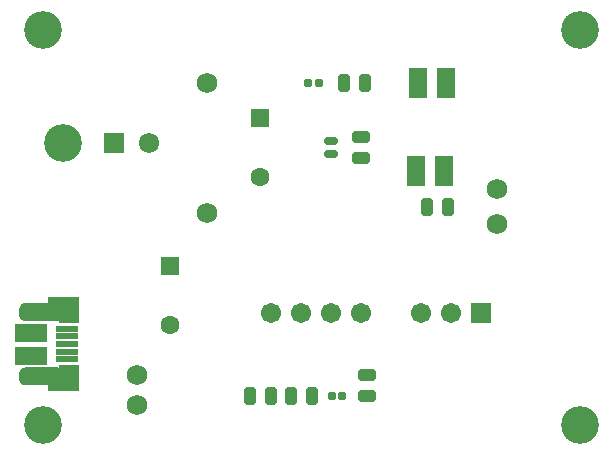
<source format=gts>
G04*
G04 #@! TF.GenerationSoftware,Altium Limited,Altium Designer,21.7.1 (17)*
G04*
G04 Layer_Color=8388736*
%FSLAX24Y24*%
%MOIN*%
G70*
G04*
G04 #@! TF.SameCoordinates,156F93F5-282F-4AE9-AA7B-D440BB6AA61E*
G04*
G04*
G04 #@! TF.FilePolarity,Negative*
G04*
G01*
G75*
%ADD26R,0.0769X0.0237*%
%ADD27R,0.1064X0.0641*%
%ADD28R,0.0643X0.0993*%
G04:AMPARAMS|DCode=29|XSize=59.2mil|YSize=37.9mil|CornerRadius=7.7mil|HoleSize=0mil|Usage=FLASHONLY|Rotation=90.000|XOffset=0mil|YOffset=0mil|HoleType=Round|Shape=RoundedRectangle|*
%AMROUNDEDRECTD29*
21,1,0.0592,0.0224,0,0,90.0*
21,1,0.0437,0.0379,0,0,90.0*
1,1,0.0155,0.0112,0.0219*
1,1,0.0155,0.0112,-0.0219*
1,1,0.0155,-0.0112,-0.0219*
1,1,0.0155,-0.0112,0.0219*
%
%ADD29ROUNDEDRECTD29*%
G04:AMPARAMS|DCode=30|XSize=59.2mil|YSize=37.9mil|CornerRadius=7.7mil|HoleSize=0mil|Usage=FLASHONLY|Rotation=180.000|XOffset=0mil|YOffset=0mil|HoleType=Round|Shape=RoundedRectangle|*
%AMROUNDEDRECTD30*
21,1,0.0592,0.0224,0,0,180.0*
21,1,0.0437,0.0379,0,0,180.0*
1,1,0.0155,-0.0219,0.0112*
1,1,0.0155,0.0219,0.0112*
1,1,0.0155,0.0219,-0.0112*
1,1,0.0155,-0.0219,-0.0112*
%
%ADD30ROUNDEDRECTD30*%
G04:AMPARAMS|DCode=31|XSize=29.7mil|YSize=27.7mil|CornerRadius=6.5mil|HoleSize=0mil|Usage=FLASHONLY|Rotation=270.000|XOffset=0mil|YOffset=0mil|HoleType=Round|Shape=RoundedRectangle|*
%AMROUNDEDRECTD31*
21,1,0.0297,0.0148,0,0,270.0*
21,1,0.0167,0.0277,0,0,270.0*
1,1,0.0129,-0.0074,-0.0084*
1,1,0.0129,-0.0074,0.0084*
1,1,0.0129,0.0074,0.0084*
1,1,0.0129,0.0074,-0.0084*
%
%ADD31ROUNDEDRECTD31*%
G04:AMPARAMS|DCode=32|XSize=23.7mil|YSize=43.4mil|CornerRadius=6mil|HoleSize=0mil|Usage=FLASHONLY|Rotation=270.000|XOffset=0mil|YOffset=0mil|HoleType=Round|Shape=RoundedRectangle|*
%AMROUNDEDRECTD32*
21,1,0.0237,0.0315,0,0,270.0*
21,1,0.0118,0.0434,0,0,270.0*
1,1,0.0119,-0.0157,-0.0059*
1,1,0.0119,-0.0157,0.0059*
1,1,0.0119,0.0157,0.0059*
1,1,0.0119,0.0157,-0.0059*
%
%ADD32ROUNDEDRECTD32*%
%ADD33C,0.0680*%
%ADD34R,0.0655X0.0867*%
%ADD35C,0.0631*%
%ADD36R,0.0631X0.0631*%
%ADD37C,0.1261*%
%ADD38R,0.0678X0.0678*%
%ADD39C,0.0678*%
%ADD40R,0.0674X0.0674*%
%ADD41C,0.0674*%
%ADD42O,0.0749X0.0552*%
%ADD43O,0.0631X0.0474*%
%ADD44C,0.1261*%
G36*
X1482Y2910D02*
X1487Y2909D01*
X1492Y2907D01*
X1496Y2905D01*
X1501Y2902D01*
X1505Y2899D01*
X1508Y2895D01*
X1511Y2890D01*
X1513Y2886D01*
X1515Y2881D01*
X1516Y2876D01*
X1516Y2870D01*
Y2152D01*
X1516Y2147D01*
X1515Y2142D01*
X1513Y2137D01*
X1511Y2132D01*
X1508Y2128D01*
X1505Y2124D01*
X1501Y2120D01*
X1496Y2117D01*
X1492Y2115D01*
X1487Y2113D01*
X1482Y2112D01*
X1476Y2112D01*
X1201D01*
X1196Y2112D01*
X1190Y2113D01*
X1185Y2115D01*
X1181Y2117D01*
X1176Y2120D01*
X1172Y2124D01*
X1169Y2128D01*
X1166Y2132D01*
X1164Y2137D01*
X1162Y2142D01*
X1161Y2147D01*
X1161Y2152D01*
Y2318D01*
X394D01*
X393Y2319D01*
X392Y2319D01*
X376Y2319D01*
X375Y2319D01*
X374Y2320D01*
X359Y2321D01*
X359Y2321D01*
X359Y2321D01*
X356Y2322D01*
X354Y2322D01*
X354Y2322D01*
X354Y2322D01*
X347Y2324D01*
X346Y2324D01*
X345Y2324D01*
X337Y2327D01*
X337Y2327D01*
X323Y2331D01*
X323Y2331D01*
X322Y2331D01*
X320Y2332D01*
X318Y2333D01*
X318Y2333D01*
X317Y2333D01*
X302Y2341D01*
X301Y2342D01*
X299Y2342D01*
X286Y2351D01*
X284Y2352D01*
X282Y2353D01*
X270Y2362D01*
X269Y2363D01*
X267Y2364D01*
X256Y2374D01*
X256Y2374D01*
X255Y2375D01*
X254Y2376D01*
X252Y2378D01*
X252Y2378D01*
X252Y2378D01*
X241Y2391D01*
X240Y2392D01*
X239Y2393D01*
X229Y2406D01*
X229Y2406D01*
X229Y2406D01*
X228Y2408D01*
X227Y2410D01*
X226Y2410D01*
X226Y2410D01*
X218Y2425D01*
X218Y2426D01*
X217Y2426D01*
X210Y2441D01*
X210Y2441D01*
X210Y2442D01*
X209Y2444D01*
X208Y2446D01*
X208Y2446D01*
X208Y2446D01*
X203Y2463D01*
X203Y2465D01*
X202Y2467D01*
X200Y2479D01*
X199Y2480D01*
X199Y2482D01*
X197Y2496D01*
X197Y2498D01*
X197Y2499D01*
X196Y2514D01*
X196Y2515D01*
X196Y2516D01*
Y2713D01*
X196Y2714D01*
X196Y2715D01*
X197Y2732D01*
X197Y2734D01*
X197Y2736D01*
X200Y2752D01*
X200Y2754D01*
X201Y2756D01*
X205Y2772D01*
X206Y2774D01*
X206Y2776D01*
X212Y2791D01*
X213Y2794D01*
X214Y2796D01*
X221Y2808D01*
X221Y2809D01*
X222Y2810D01*
X229Y2822D01*
X230Y2824D01*
X231Y2826D01*
X241Y2839D01*
X241Y2839D01*
X241Y2839D01*
X243Y2841D01*
X244Y2843D01*
X245Y2843D01*
X245Y2843D01*
X255Y2853D01*
X256Y2854D01*
X256Y2855D01*
X267Y2865D01*
X267Y2865D01*
X267Y2865D01*
X269Y2866D01*
X271Y2868D01*
X271Y2868D01*
X271Y2868D01*
X283Y2876D01*
X284Y2877D01*
X285Y2878D01*
X299Y2886D01*
X299Y2886D01*
X299Y2886D01*
X301Y2888D01*
X303Y2889D01*
X304Y2889D01*
X304Y2889D01*
X318Y2895D01*
X319Y2896D01*
X320Y2896D01*
X333Y2901D01*
X334Y2901D01*
X336Y2902D01*
X342Y2904D01*
X343Y2904D01*
X344Y2904D01*
X351Y2906D01*
X352Y2906D01*
X352Y2906D01*
X360Y2908D01*
X360Y2908D01*
X361Y2908D01*
X369Y2909D01*
X369Y2909D01*
X369Y2909D01*
X372Y2910D01*
X374Y2910D01*
X374Y2910D01*
X375Y2910D01*
X383Y2910D01*
X384Y2910D01*
X385Y2910D01*
X1476D01*
X1482Y2910D01*
D02*
G37*
G36*
X1482Y5263D02*
X1487Y5261D01*
X1492Y5260D01*
X1496Y5257D01*
X1501Y5255D01*
X1505Y5251D01*
X1508Y5247D01*
X1511Y5243D01*
X1513Y5238D01*
X1515Y5233D01*
X1516Y5228D01*
X1516Y5223D01*
Y4504D01*
X1516Y4499D01*
X1515Y4494D01*
X1513Y4489D01*
X1511Y4484D01*
X1508Y4480D01*
X1505Y4476D01*
X1501Y4472D01*
X1496Y4470D01*
X1492Y4467D01*
X1487Y4466D01*
X1482Y4465D01*
X1476Y4464D01*
X385D01*
X384Y4464D01*
X383Y4464D01*
X375Y4465D01*
X374Y4465D01*
X374Y4465D01*
X372Y4465D01*
X369Y4465D01*
X369Y4465D01*
X369Y4465D01*
X361Y4467D01*
X360Y4467D01*
X360Y4467D01*
X352Y4468D01*
X352Y4469D01*
X351Y4469D01*
X344Y4470D01*
X343Y4471D01*
X342Y4471D01*
X336Y4473D01*
X334Y4473D01*
X333Y4474D01*
X320Y4479D01*
X319Y4479D01*
X318Y4479D01*
X304Y4486D01*
X304Y4486D01*
X303Y4486D01*
X301Y4487D01*
X299Y4488D01*
X299Y4488D01*
X299Y4488D01*
X285Y4497D01*
X284Y4498D01*
X283Y4498D01*
X271Y4506D01*
X271Y4507D01*
X271Y4507D01*
X269Y4508D01*
X267Y4510D01*
X267Y4510D01*
X267Y4510D01*
X256Y4520D01*
X256Y4521D01*
X255Y4521D01*
X245Y4532D01*
X245Y4532D01*
X244Y4532D01*
X243Y4534D01*
X241Y4536D01*
X241Y4536D01*
X241Y4536D01*
X231Y4549D01*
X230Y4551D01*
X229Y4553D01*
X222Y4565D01*
X221Y4566D01*
X221Y4566D01*
X214Y4579D01*
X213Y4581D01*
X212Y4583D01*
X206Y4599D01*
X206Y4601D01*
X205Y4603D01*
X201Y4618D01*
X200Y4620D01*
X200Y4622D01*
X197Y4639D01*
X197Y4641D01*
X197Y4643D01*
X196Y4660D01*
X196Y4661D01*
X196Y4662D01*
Y4859D01*
X196Y4860D01*
X196Y4861D01*
X197Y4875D01*
X197Y4877D01*
X197Y4879D01*
X199Y4893D01*
X199Y4894D01*
X200Y4895D01*
X202Y4908D01*
X203Y4910D01*
X203Y4912D01*
X208Y4928D01*
X208Y4928D01*
X208Y4929D01*
X209Y4931D01*
X210Y4933D01*
X210Y4933D01*
X210Y4934D01*
X217Y4948D01*
X218Y4949D01*
X218Y4950D01*
X226Y4964D01*
X226Y4964D01*
X227Y4965D01*
X228Y4967D01*
X229Y4969D01*
X229Y4969D01*
X229Y4969D01*
X239Y4982D01*
X240Y4983D01*
X241Y4984D01*
X252Y4996D01*
X252Y4996D01*
X252Y4997D01*
X254Y4998D01*
X255Y5000D01*
X256Y5000D01*
X256Y5000D01*
X267Y5011D01*
X269Y5011D01*
X270Y5012D01*
X282Y5022D01*
X284Y5023D01*
X286Y5024D01*
X299Y5032D01*
X301Y5033D01*
X302Y5034D01*
X317Y5041D01*
X318Y5042D01*
X318Y5042D01*
X320Y5043D01*
X322Y5043D01*
X323Y5044D01*
X323Y5044D01*
X337Y5048D01*
X337Y5048D01*
X345Y5050D01*
X346Y5051D01*
X347Y5051D01*
X354Y5053D01*
X354Y5053D01*
X354Y5053D01*
X356Y5053D01*
X359Y5054D01*
X359Y5054D01*
X359Y5054D01*
X374Y5055D01*
X375Y5055D01*
X376Y5055D01*
X392Y5056D01*
X393Y5056D01*
X394Y5056D01*
X1161D01*
Y5223D01*
X1161Y5228D01*
X1162Y5233D01*
X1164Y5238D01*
X1166Y5243D01*
X1169Y5247D01*
X1172Y5251D01*
X1176Y5255D01*
X1181Y5257D01*
X1185Y5260D01*
X1190Y5261D01*
X1196Y5263D01*
X1201Y5263D01*
X1476D01*
X1482Y5263D01*
D02*
G37*
D26*
X1781Y3687D02*
D03*
Y3943D02*
D03*
Y4199D02*
D03*
Y3431D02*
D03*
Y3176D02*
D03*
D27*
X571Y4066D02*
D03*
Y3308D02*
D03*
D28*
X14404Y12402D02*
D03*
X13470D02*
D03*
X14344Y9449D02*
D03*
X13411D02*
D03*
D29*
X13780Y8268D02*
D03*
X14484D02*
D03*
X11728Y12402D02*
D03*
X11024D02*
D03*
X9961Y1969D02*
D03*
X9256D02*
D03*
X7878D02*
D03*
X8583D02*
D03*
D30*
X11772Y2673D02*
D03*
Y1969D02*
D03*
X11575Y9882D02*
D03*
Y10587D02*
D03*
D31*
X10608Y1969D02*
D03*
X10967D02*
D03*
X9821Y12402D02*
D03*
X10179D02*
D03*
D32*
X10591Y10453D02*
D03*
Y10020D02*
D03*
D33*
X4134Y2657D02*
D03*
Y1673D02*
D03*
X16102Y8858D02*
D03*
Y7677D02*
D03*
X6457Y8071D02*
D03*
Y12402D02*
D03*
D34*
X1862Y2545D02*
D03*
Y4829D02*
D03*
D35*
X5217Y4331D02*
D03*
X8228Y9252D02*
D03*
D36*
X5217Y6299D02*
D03*
X8228Y11220D02*
D03*
D37*
X1644Y10384D02*
D03*
D38*
X3337D02*
D03*
D39*
X4518D02*
D03*
D40*
X15591Y4724D02*
D03*
D41*
X14591D02*
D03*
X13591D02*
D03*
X11591D02*
D03*
X10591D02*
D03*
X9591D02*
D03*
X8591D02*
D03*
D42*
X669Y2614D02*
D03*
Y4760D02*
D03*
D43*
X1862Y2733D02*
D03*
Y4642D02*
D03*
D44*
X984Y14173D02*
D03*
X18898D02*
D03*
Y984D02*
D03*
X984D02*
D03*
M02*

</source>
